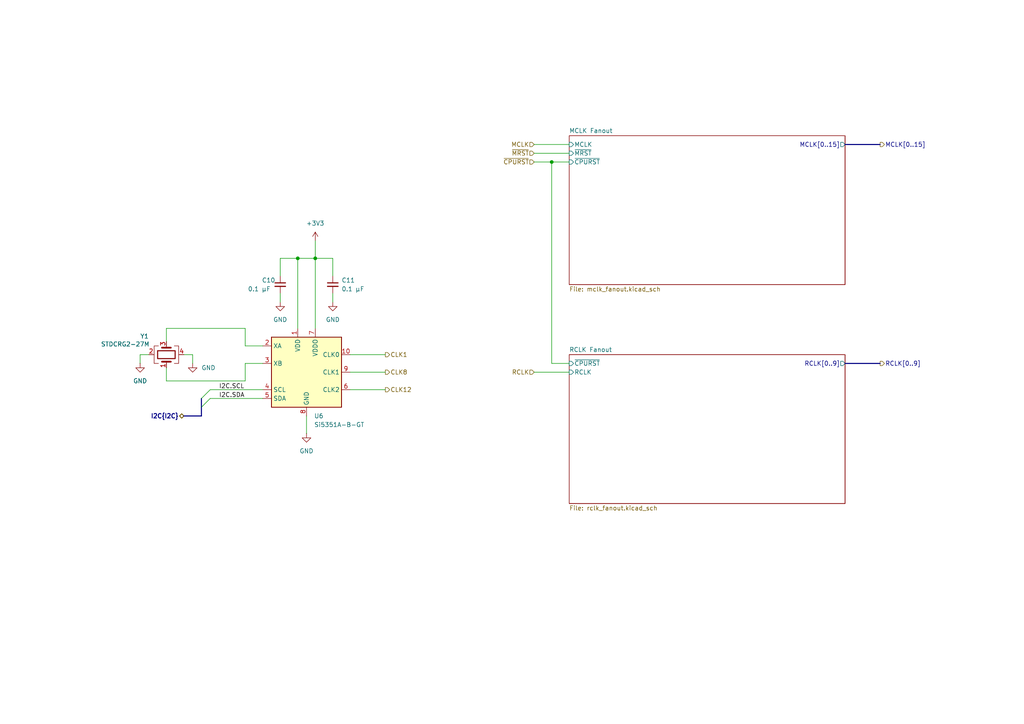
<source format=kicad_sch>
(kicad_sch (version 20231120) (generator "eeschema") (generator_version "8.0")
  (paper "A4")
  (title_block (title "RVFS Clock") (date "2024-08-17") (rev "0.0.1") (comment 2 "The 12 MHz clock is provided for off-board debuggers an programmers.") (comment 3 "The 1 and 8 MHz clocks are defaults for MCLK and RCLK, respectively.") (comment 4 "Clock generator OTP must be programmed once via I2C to produce the required outputs."))
  (lib_symbols
    (symbol "Device:C_Small" (pin_numbers hide) (pin_names (offset 0.254) hide)
      (property "Reference" "C" (at 0.254 1.778 0))
      (property "Value" "C_Small" (at 0.254 -2.032 0))
      (symbol "C_Small_0_1"
        (polyline (pts (xy -1.524 -0.508) (xy 1.524 -0.508)) (stroke (width 0.3302)))
        (polyline (pts (xy -1.524 0.508) (xy 1.524 0.508)) (stroke (width 0.3048)))
      )
      (symbol "C_Small_1_1"
        (pin passive line (at 0 2.54 270) (length 2.032) (name "~") (number "1"))
        (pin passive line (at 0 -2.54 90) (length 2.032) (name "~") (number "2"))
      )
    )
    (symbol "Device:Crystal_GND24" (pin_names (offset 1.016) hide)
      (property "Reference" "Y" (at 3.175 5.08 0))
      (property "Value" "Crystal_GND24" (at 3.175 3.175 0))
      (symbol "Crystal_GND24_0_1"
        (rectangle (start -1.143 2.54) (end 1.143 -2.54) (stroke (width 0.3048)))
        (polyline (pts (xy -2.54 0) (xy -2.032 0)))
        (polyline (pts (xy -2.032 -1.27) (xy -2.032 1.27)) (stroke (width 0.508)))
        (polyline (pts (xy 0 -3.81) (xy 0 -3.556)))
        (polyline (pts (xy 0 3.556) (xy 0 3.81)))
        (polyline (pts (xy 2.032 -1.27) (xy 2.032 1.27)) (stroke (width 0.508)))
        (polyline (pts (xy 2.032 0) (xy 2.54 0)))
        (polyline (pts (xy -2.54 -2.286) (xy -2.54 -3.556) (xy 2.54 -3.556) (xy 2.54 -2.286)))
        (polyline (pts (xy -2.54 2.286) (xy -2.54 3.556) (xy 2.54 3.556) (xy 2.54 2.286)))
      )
      (symbol "Crystal_GND24_1_1"
        (pin passive line (at -3.81 0 0) (length 1.27) (name "1") (number "1"))
        (pin passive line (at 0 5.08 270) (length 1.27) (name "2") (number "2"))
        (pin passive line (at 3.81 0 180) (length 1.27) (name "3") (number "3"))
        (pin passive line (at 0 -5.08 90) (length 1.27) (name "4") (number "4"))
      )
    )
    (symbol "Oscillator:Si5351A-B-GT"
      (property "Reference" "U" (at -8.89 11.43 0))
      (property "Value" "Si5351A-B-GT" (at -12.7 -12.7 0))
      (symbol "Si5351A-B-GT_0_1"
        (rectangle (start -10.16 10.16) (end 10.16 -10.16) (stroke (width 0.254)) (fill (type background)))
      )
      (symbol "Si5351A-B-GT_1_1"
        (pin power_in line (at -2.54 12.7 270) (length 2.54) (name "VDD") (number "1"))
        (pin output line (at 12.7 5.08 180) (length 2.54) (name "CLK0") (number "10"))
        (pin input line (at -12.7 7.62 0) (length 2.54) (name "XA") (number "2"))
        (pin input line (at -12.7 2.54 0) (length 2.54) (name "XB") (number "3"))
        (pin input line (at -12.7 -5.08 0) (length 2.54) (name "SCL") (number "4"))
        (pin bidirectional line (at -12.7 -7.62 0) (length 2.54) (name "SDA") (number "5"))
        (pin output line (at 12.7 -5.08 180) (length 2.54) (name "CLK2") (number "6"))
        (pin power_in line (at 2.54 12.7 270) (length 2.54) (name "VDDO") (number "7"))
        (pin power_in line (at 0 -12.7 90) (length 2.54) (name "GND") (number "8"))
        (pin output line (at 12.7 0 180) (length 2.54) (name "CLK1") (number "9"))
      )
    )
    (symbol "power:+3V3" (power) (pin_numbers hide) (pin_names (offset 0) hide)
      (property "Value" "+3V3" (at 0 3.556 0))
      (symbol "+3V3_0_1"
        (polyline (pts (xy -0.762 1.27) (xy 0 2.54)))
        (polyline (pts (xy 0 0) (xy 0 2.54)))
        (polyline (pts (xy 0 2.54) (xy 0.762 1.27)))
      )
      (symbol "+3V3_1_1"
        (pin power_in line (at 0 0 90) (length 0) (name "~") (number "1"))
      )
    )
    (symbol "power:GND" (power) (pin_numbers hide) (pin_names (offset 0) hide)
      (property "Value" "GND" (at 0 -3.81 0))
      (symbol "GND_0_1"
        (polyline (pts (xy 0 0) (xy 0 -1.27) (xy 1.27 -1.27) (xy 0 -2.54) (xy -1.27 -1.27) (xy 0 -1.27)))
      )
      (symbol "GND_1_1"
        (pin power_in line (at 0 0 270) (length 0) (name "~") (number "1"))
      )
    )
  )
  (junction (at 91.44 74.93))
  (junction (at 160.02 46.99))
  (junction (at 86.36 74.93))
  (bus_entry (at 58.42 115.57) (size 2.54 -2.54))
  (bus_entry (at 58.42 118.11) (size 2.54 -2.54))
  (wire (pts (xy 101.6 102.87) (xy 111.76 102.87)))
  (bus (pts (xy 245.11 105.41) (xy 255.27 105.41)))
  (wire (pts (xy 71.12 100.33) (xy 76.2 100.33)))
  (wire (pts (xy 86.36 74.93) (xy 86.36 95.25)))
  (wire (pts (xy 53.34 102.87) (xy 55.88 102.87)))
  (wire (pts (xy 91.44 74.93) (xy 91.44 95.25)))
  (wire (pts (xy 86.36 74.93) (xy 91.44 74.93)))
  (wire (pts (xy 160.02 46.99) (xy 160.02 105.41)))
  (wire (pts (xy 81.28 80.01) (xy 81.28 74.93)))
  (wire (pts (xy 154.94 46.99) (xy 160.02 46.99)))
  (wire (pts (xy 71.12 105.41) (xy 71.12 110.49)))
  (wire (pts (xy 101.6 107.95) (xy 111.76 107.95)))
  (wire (pts (xy 60.96 113.03) (xy 76.2 113.03)))
  (wire (pts (xy 81.28 85.09) (xy 81.28 87.63)))
  (wire (pts (xy 55.88 102.87) (xy 55.88 105.41)))
  (wire (pts (xy 40.64 102.87) (xy 40.64 105.41)))
  (wire (pts (xy 154.94 41.91) (xy 165.1 41.91)))
  (wire (pts (xy 43.18 102.87) (xy 40.64 102.87)))
  (wire (pts (xy 71.12 105.41) (xy 76.2 105.41)))
  (wire (pts (xy 48.26 110.49) (xy 71.12 110.49)))
  (wire (pts (xy 71.12 95.25) (xy 71.12 100.33)))
  (wire (pts (xy 91.44 69.85) (xy 91.44 74.93)))
  (wire (pts (xy 96.52 85.09) (xy 96.52 87.63)))
  (wire (pts (xy 160.02 46.99) (xy 165.1 46.99)))
  (wire (pts (xy 81.28 74.93) (xy 86.36 74.93)))
  (bus (pts (xy 245.11 41.91) (xy 255.27 41.91)))
  (wire (pts (xy 165.1 105.41) (xy 160.02 105.41)))
  (bus (pts (xy 58.42 118.11) (xy 58.42 120.65)))
  (wire (pts (xy 88.9 120.65) (xy 88.9 125.73)))
  (wire (pts (xy 101.6 113.03) (xy 111.76 113.03)))
  (bus (pts (xy 58.42 115.57) (xy 58.42 118.11)))
  (wire (pts (xy 154.94 44.45) (xy 165.1 44.45)))
  (wire (pts (xy 60.96 115.57) (xy 76.2 115.57)))
  (wire (pts (xy 91.44 74.93) (xy 96.52 74.93)))
  (wire (pts (xy 48.26 106.68) (xy 48.26 110.49)))
  (wire (pts (xy 48.26 99.06) (xy 48.26 95.25)))
  (wire (pts (xy 96.52 74.93) (xy 96.52 80.01)))
  (bus (pts (xy 53.34 120.65) (xy 58.42 120.65)))
  (wire (pts (xy 48.26 95.25) (xy 71.12 95.25)))
  (wire (pts (xy 154.94 107.95) (xy 165.1 107.95)))
  (label "I2C.SCL" (at 63.5 113.03 0))
  (label "I2C.SDA" (at 63.5 115.57 0))
  (hierarchical_label "~{MRST}" (shape input) (at 154.94 44.45 180))
  (hierarchical_label "RCLK[0..9]" (shape output) (at 255.27 105.41 0))
  (hierarchical_label "RCLK" (shape input) (at 154.94 107.95 180))
  (hierarchical_label "CLK1" (shape output) (at 111.76 102.87 0))
  (hierarchical_label "CLK8" (shape output) (at 111.76 107.95 0))
  (hierarchical_label "CLK12" (shape output) (at 111.76 113.03 0))
  (hierarchical_label "MCLK" (shape input) (at 154.94 41.91 180))
  (hierarchical_label "I2C{I2C}" (shape bidirectional) (at 53.34 120.65 180) (effects (font (bold yes))))
  (hierarchical_label "MCLK[0..15]" (shape output) (at 255.27 41.91 0))
  (hierarchical_label "~{CPURST}" (shape input) (at 154.94 46.99 180))
  (symbol (lib_id "Device:C_Small") (at 81.28 82.55 0) (unit 1)
    (property "Reference" "C10" (at 75.946 81.28 0) (effects (justify left)))
    (property "Value" "0.1 µF" (at 71.882 83.82 0) (effects (justify left)))
    (property "Description" "Unpolarized capacitor, small symbol" (effects (hide yes)))
  )
  (symbol (lib_id "Device:Crystal_GND24") (at 48.26 102.87 90) (unit 1)
    (property "Reference" "Y1" (at 41.91 97.536 90))
    (property "Value" "STDCRG2-27M" (at 36.322 99.822 90))
    (property "Description" "Four pin crystal, GND on pins 2 and 4" (effects (hide yes)))
  )
  (symbol (lib_id "power:GND") (at 55.88 105.41 0) (unit 1)
    (property "Reference" "#PWR095" (effects (hide yes)))
    (property "Value" "GND" (at 58.42 106.6799 0) (effects (justify left)))
    (property "Description" "Power symbol creates a global label with name \"GND\" , ground" (effects (hide yes)))
  )
  (symbol (lib_id "power:GND") (at 96.52 87.63 0) (unit 1)
    (property "Reference" "#PWR099" (effects (hide yes)))
    (property "Value" "GND" (at 96.52 92.71 0))
    (property "Description" "Power symbol creates a global label with name \"GND\" , ground" (effects (hide yes)))
  )
  (symbol (lib_id "power:GND") (at 40.64 105.41 0) (unit 1)
    (property "Reference" "#PWR094" (effects (hide yes)))
    (property "Value" "GND" (at 40.64 110.49 0))
    (property "Description" "Power symbol creates a global label with name \"GND\" , ground" (effects (hide yes)))
  )
  (symbol (lib_id "Oscillator:Si5351A-B-GT") (at 88.9 107.95 0) (unit 1)
    (property "Reference" "U6" (at 91.0941 120.65 0) (effects (justify left)))
    (property "Value" "Si5351A-B-GT" (at 91.0941 123.19 0) (effects (justify left)))
    (property "Footprint" "Package_SO:MSOP-10_3x3mm_P0.5mm" (effects (hide yes)))
    (property "Datasheet" "https://www.silabs.com/documents/public/data-sheets/Si5351-B.pdf" (effects (hide yes)))
    (property "Description" "I2C Programmable Any-Frequency CMOS Clock Generator, MSOP-8" (effects (hide yes)))
  )
  (symbol (lib_id "Device:C_Small") (at 96.52 82.55 0) (unit 1)
    (property "Reference" "C11" (at 99.06 81.2862 0) (effects (justify left)))
    (property "Value" "0.1 µF" (at 99.06 83.8262 0) (effects (justify left)))
    (property "Description" "Unpolarized capacitor, small symbol" (effects (hide yes)))
  )
  (symbol (lib_id "power:GND") (at 81.28 87.63 0) (unit 1)
    (property "Reference" "#PWR096" (effects (hide yes)))
    (property "Value" "GND" (at 81.28 92.71 0))
    (property "Description" "Power symbol creates a global label with name \"GND\" , ground" (effects (hide yes)))
  )
  (symbol (lib_id "power:GND") (at 88.9 125.73 0) (unit 1)
    (property "Reference" "#PWR097" (effects (hide yes)))
    (property "Value" "GND" (at 88.9 130.81 0))
    (property "Description" "Power symbol creates a global label with name \"GND\" , ground" (effects (hide yes)))
  )
  (symbol (lib_id "power:+3V3") (at 91.44 69.85 0) (unit 1)
    (property "Reference" "#PWR098" (effects (hide yes)))
    (property "Value" "+3V3" (at 91.44 64.77 0))
    (property "Description" "Power symbol creates a global label with name \"+3V3\"" (effects (hide yes)))
  )
  (sheet (at 165.1 39.37) (size 80.01 43.18) (stroke (width 0.1524))
    (property "Sheetname" "MCLK Fanout" (at 165.1 38.6584 0) (effects (justify left bottom)))
    (property "Sheetfile" "mclk_fanout.kicad_sch" (at 165.1 83.1346 0) (effects (justify left top)))
    (pin "MCLK[0..15]" output (at 245.11 41.91 0))
    (pin "MCLK" input (at 165.1 41.91 180))
    (pin "~{CPURST}" input (at 165.1 46.99 180))
    (pin "~{MRST}" input (at 165.1 44.45 180))
  )
  (sheet (at 165.1 102.87) (size 80.01 43.18) (stroke (width 0.1524))
    (property "Sheetname" "RCLK Fanout" (at 165.1 102.1584 0) (effects (justify left bottom)))
    (property "Sheetfile" "rclk_fanout.kicad_sch" (at 165.1 146.6346 0) (effects (justify left top)))
    (pin "RCLK" input (at 165.1 107.95 180))
    (pin "RCLK[0..9]" output (at 245.11 105.41 0))
    (pin "~{CPURST}" input (at 165.1 105.41 180))
  )
)
</source>
